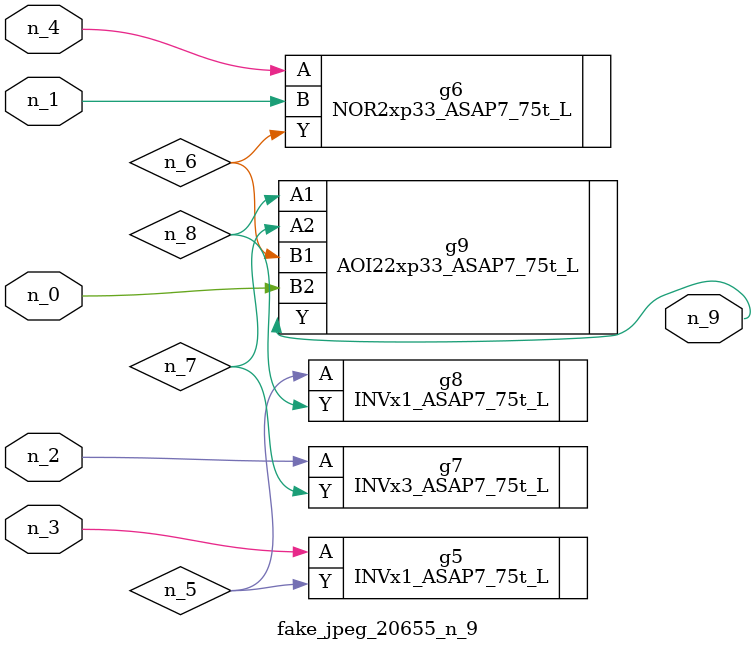
<source format=v>
module fake_jpeg_20655_n_9 (n_3, n_2, n_1, n_0, n_4, n_9);

input n_3;
input n_2;
input n_1;
input n_0;
input n_4;

output n_9;

wire n_8;
wire n_6;
wire n_5;
wire n_7;

INVx1_ASAP7_75t_L g5 ( 
.A(n_3),
.Y(n_5)
);

NOR2xp33_ASAP7_75t_L g6 ( 
.A(n_4),
.B(n_1),
.Y(n_6)
);

INVx3_ASAP7_75t_L g7 ( 
.A(n_2),
.Y(n_7)
);

INVx1_ASAP7_75t_L g8 ( 
.A(n_5),
.Y(n_8)
);

AOI22xp33_ASAP7_75t_L g9 ( 
.A1(n_8),
.A2(n_7),
.B1(n_6),
.B2(n_0),
.Y(n_9)
);


endmodule
</source>
